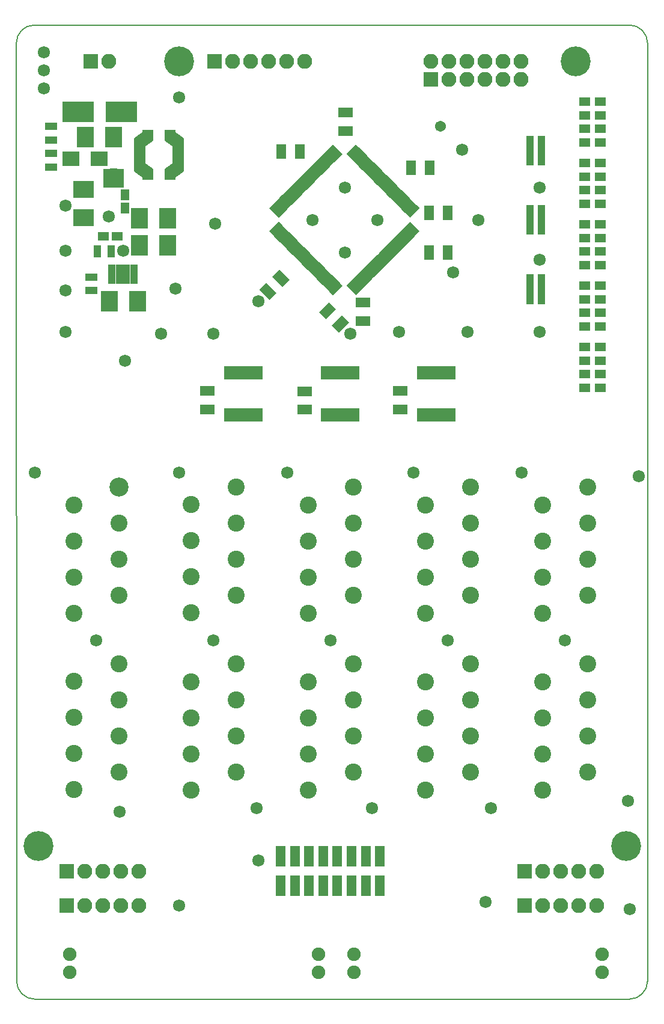
<source format=gts>
G04 #@! TF.FileFunction,Soldermask,Top*
%FSLAX46Y46*%
G04 Gerber Fmt 4.6, Leading zero omitted, Abs format (unit mm)*
G04 Created by KiCad (PCBNEW 4.0.7) date Thursday, May 03, 2018 'PMt' 01:10:52 PM*
%MOMM*%
%LPD*%
G01*
G04 APERTURE LIST*
%ADD10C,0.020000*%
%ADD11C,0.150000*%
%ADD12C,1.720800*%
%ADD13C,2.400000*%
%ADD14C,4.210000*%
%ADD15C,1.543000*%
%ADD16C,2.686000*%
%ADD17R,2.400000X2.900000*%
%ADD18R,2.900000X2.400000*%
%ADD19R,1.150000X1.600000*%
%ADD20R,1.600000X1.150000*%
%ADD21R,4.400000X2.900000*%
%ADD22R,1.600000X1.300000*%
%ADD23R,0.850000X1.900000*%
%ADD24R,1.050000X0.700000*%
%ADD25R,1.175000X1.640000*%
%ADD26R,2.100000X2.100000*%
%ADD27O,2.100000X2.100000*%
%ADD28R,1.000000X0.750000*%
%ADD29R,2.400000X2.100000*%
%ADD30R,1.100000X0.650000*%
%ADD31R,1.040000X1.600000*%
%ADD32R,1.400000X2.980000*%
%ADD33R,1.400000X2.000000*%
%ADD34R,2.000000X1.400000*%
%ADD35R,1.700000X1.100000*%
%ADD36R,1.100000X1.700000*%
%ADD37C,1.900000*%
G04 APERTURE END LIST*
D10*
D11*
X253270000Y-85852000D02*
G75*
G03X250730000Y-83312000I-2540000J0D01*
G01*
X166878000Y-83312000D02*
G75*
G03X164338000Y-85852000I0J-2540000D01*
G01*
X164370000Y-217932000D02*
G75*
G03X166910000Y-220472000I2540000J0D01*
G01*
X250730000Y-220472000D02*
G75*
G03X253270000Y-217932000I0J2540000D01*
G01*
X166878000Y-83312000D02*
X250730000Y-83312000D01*
X164370000Y-217932000D02*
X164338000Y-85852000D01*
X250730000Y-220472000D02*
X166910000Y-220472000D01*
X253270000Y-85852000D02*
X253270000Y-217932000D01*
D12*
X184690000Y-126746000D03*
X192056000Y-126746000D03*
X171228000Y-126492000D03*
X171228000Y-120650000D03*
X179356000Y-115062000D03*
X171228000Y-115062000D03*
X171228000Y-108712000D03*
X177324000Y-110236000D03*
X250730000Y-207772000D03*
X250476000Y-192532000D03*
X252000000Y-146812000D03*
X230410000Y-206756000D03*
X187230000Y-207264000D03*
X198406000Y-200914000D03*
X231172000Y-193548000D03*
X214408000Y-193548000D03*
X198152000Y-193548000D03*
X178848000Y-194056000D03*
X241586000Y-169926000D03*
X225076000Y-169926000D03*
X175546000Y-169926000D03*
X192056000Y-169926000D03*
X208566000Y-169926000D03*
X235490000Y-146304000D03*
X220250000Y-146304000D03*
X202470000Y-146304000D03*
X187230000Y-146304000D03*
X166910000Y-146304000D03*
X198406000Y-122174000D03*
X187230000Y-93472000D03*
X192310000Y-111252000D03*
X179610000Y-130556000D03*
X238030000Y-106172000D03*
X238030000Y-116332000D03*
X238030000Y-126492000D03*
X227870000Y-126492000D03*
X229394000Y-110744000D03*
X210598000Y-115316000D03*
X215170000Y-110744000D03*
X206026000Y-110744000D03*
X210598000Y-106172000D03*
D10*
G36*
X182523500Y-105100000D02*
X180948500Y-103925000D01*
X180948500Y-99275000D01*
X182523500Y-98100000D01*
X182523500Y-105100000D01*
X182523500Y-105100000D01*
G37*
G36*
X183648500Y-105112500D02*
X182123500Y-105112500D01*
X182123500Y-103587500D01*
X183648500Y-103587500D01*
X183648500Y-105112500D01*
X183648500Y-105112500D01*
G37*
G36*
X183648500Y-99612500D02*
X182123500Y-99612500D01*
X182123500Y-98087500D01*
X183648500Y-98087500D01*
X183648500Y-99612500D01*
X183648500Y-99612500D01*
G37*
G36*
X182123500Y-102475500D02*
X183648500Y-103599500D01*
X183648500Y-104000500D01*
X182123500Y-105124500D01*
X182123500Y-102475500D01*
X182123500Y-102475500D01*
G37*
G36*
X182123500Y-98075500D02*
X183648500Y-99199500D01*
X183648500Y-99600500D01*
X182123500Y-100724500D01*
X182123500Y-98075500D01*
X182123500Y-98075500D01*
G37*
G36*
X186349101Y-98083627D02*
X187924101Y-99258627D01*
X187924101Y-103908627D01*
X186349101Y-105083627D01*
X186349101Y-98083627D01*
X186349101Y-98083627D01*
G37*
G36*
X185224101Y-98071127D02*
X186749101Y-98071127D01*
X186749101Y-99596127D01*
X185224101Y-99596127D01*
X185224101Y-98071127D01*
X185224101Y-98071127D01*
G37*
G36*
X186749101Y-100708127D02*
X185224101Y-99584127D01*
X185224101Y-99183127D01*
X186749101Y-98059127D01*
X186749101Y-100708127D01*
X186749101Y-100708127D01*
G37*
G36*
X185224101Y-103571127D02*
X186749101Y-103571127D01*
X186749101Y-105096127D01*
X185224101Y-105096127D01*
X185224101Y-103571127D01*
X185224101Y-103571127D01*
G37*
G36*
X186749101Y-105108127D02*
X185224101Y-103984127D01*
X185224101Y-103583127D01*
X186749101Y-102459127D01*
X186749101Y-105108127D01*
X186749101Y-105108127D01*
G37*
D13*
X221996000Y-175768000D03*
X221996000Y-180848000D03*
X221996000Y-185928000D03*
X221996000Y-191008000D03*
X205486000Y-150876000D03*
X205486000Y-155956000D03*
X205486000Y-161036000D03*
X205486000Y-166116000D03*
D12*
X168180000Y-92202000D03*
X168180000Y-89662000D03*
X168180000Y-87122000D03*
X227108000Y-100838000D03*
X225838000Y-118110000D03*
X218218000Y-126492000D03*
X211360000Y-126746000D03*
X186722000Y-120396000D03*
D14*
X167418000Y-198882000D03*
X250222000Y-198882000D03*
X243110000Y-88392000D03*
X187230000Y-88392000D03*
D15*
X224060000Y-97536000D03*
D13*
X195326000Y-173228000D03*
X195326000Y-178308000D03*
X195326000Y-183388000D03*
X195326000Y-188468000D03*
X188976000Y-175768000D03*
X188976000Y-180848000D03*
X188976000Y-185928000D03*
X188976000Y-191008000D03*
X178816000Y-173228000D03*
X178816000Y-178308000D03*
X178816000Y-183388000D03*
X178816000Y-188468000D03*
X172466000Y-175721306D03*
X172466000Y-180801306D03*
X172466000Y-185881306D03*
X172466000Y-190961306D03*
D16*
X178816000Y-148336000D03*
D13*
X178816000Y-153416000D03*
X178816000Y-158496000D03*
X178816000Y-163576000D03*
X172466000Y-150876000D03*
X172466000Y-155956000D03*
X172466000Y-161036000D03*
X172466000Y-166116000D03*
X195326000Y-148336000D03*
X195326000Y-153416000D03*
X195326000Y-158496000D03*
X195326000Y-163576000D03*
D17*
X174054000Y-99060000D03*
X178054000Y-99060000D03*
D18*
X173768000Y-106458000D03*
X173768000Y-110458000D03*
D19*
X179610000Y-107188000D03*
X179610000Y-109088000D03*
D17*
X185674000Y-110490000D03*
X181674000Y-110490000D03*
X185669009Y-114300000D03*
X181669009Y-114300000D03*
D20*
X176628000Y-113030000D03*
X178528000Y-113030000D03*
D17*
X177446009Y-122198215D03*
X181446009Y-122198215D03*
D21*
X173004000Y-95504000D03*
X179104000Y-95504000D03*
D22*
X244391000Y-94107000D03*
X246591000Y-94107000D03*
X244391000Y-96012000D03*
X246591000Y-96012000D03*
X244391000Y-97917000D03*
X246591000Y-97917000D03*
X244391000Y-99822000D03*
X246591000Y-99822000D03*
X244391000Y-102743000D03*
X246591000Y-102743000D03*
X244391000Y-104648000D03*
X246591000Y-104648000D03*
X244391000Y-106553000D03*
X246591000Y-106553000D03*
X244391000Y-108458000D03*
X246591000Y-108458000D03*
X244391000Y-111379000D03*
X246591000Y-111379000D03*
X244391000Y-113284000D03*
X246591000Y-113284000D03*
X244391000Y-115189000D03*
X246591000Y-115189000D03*
X244391000Y-117094000D03*
X246591000Y-117094000D03*
X244391000Y-120015000D03*
X246591000Y-120015000D03*
X244391000Y-121920000D03*
X246591000Y-121920000D03*
X244391000Y-123825000D03*
X246591000Y-123825000D03*
X244391000Y-125730000D03*
X246591000Y-125730000D03*
X244391000Y-128651000D03*
X246591000Y-128651000D03*
X244391000Y-130556000D03*
X246591000Y-130556000D03*
X244391000Y-132461000D03*
X246591000Y-132461000D03*
X244391000Y-134366000D03*
X246591000Y-134366000D03*
D13*
X188976000Y-150867808D03*
X188976000Y-155947808D03*
X188976000Y-161027808D03*
X188976000Y-166107808D03*
X211836000Y-148336000D03*
X211836000Y-153416000D03*
X211836000Y-158496000D03*
X211836000Y-163576000D03*
X211836000Y-173228000D03*
X211836000Y-178308000D03*
X211836000Y-183388000D03*
X211836000Y-188468000D03*
X205486000Y-175768000D03*
X205486000Y-180848000D03*
X205486000Y-185928000D03*
X205486000Y-191008000D03*
X228346000Y-148336000D03*
X228346000Y-153416000D03*
X228346000Y-158496000D03*
X228346000Y-163576000D03*
X221996000Y-150876000D03*
X221996000Y-155956000D03*
X221996000Y-161036000D03*
X221996000Y-166116000D03*
X228346000Y-173228000D03*
X228346000Y-178308000D03*
X228346000Y-183388000D03*
X228346000Y-188468000D03*
X244856000Y-148336000D03*
X244856000Y-153416000D03*
X244856000Y-158496000D03*
X244856000Y-163576000D03*
X238506000Y-150876000D03*
X238506000Y-155956000D03*
X238506000Y-161036000D03*
X238506000Y-166116000D03*
X244856000Y-173228000D03*
X244856000Y-178308000D03*
X244856000Y-183388000D03*
X244856000Y-188468000D03*
X238506000Y-175768000D03*
X238506000Y-180848000D03*
X238506000Y-185928000D03*
X238506000Y-191008000D03*
D23*
X198628000Y-132276000D03*
X197978000Y-132276000D03*
X197328000Y-132276000D03*
X196678000Y-132276000D03*
X196028000Y-132276000D03*
X195378000Y-132276000D03*
X194728000Y-132276000D03*
X194078000Y-132276000D03*
X194078000Y-138176000D03*
X194728000Y-138176000D03*
X195378000Y-138176000D03*
X196028000Y-138176000D03*
X196678000Y-138176000D03*
X197328000Y-138176000D03*
X197978000Y-138176000D03*
X198628000Y-138176000D03*
D10*
G36*
X212689321Y-120829627D02*
X212194346Y-121324602D01*
X210850843Y-119981099D01*
X211345818Y-119486124D01*
X212689321Y-120829627D01*
X212689321Y-120829627D01*
G37*
G36*
X213042874Y-120476074D02*
X212547899Y-120971049D01*
X211204396Y-119627546D01*
X211699371Y-119132571D01*
X213042874Y-120476074D01*
X213042874Y-120476074D01*
G37*
G36*
X213396427Y-120122520D02*
X212901452Y-120617495D01*
X211557949Y-119273992D01*
X212052924Y-118779017D01*
X213396427Y-120122520D01*
X213396427Y-120122520D01*
G37*
G36*
X213749981Y-119768967D02*
X213255006Y-120263942D01*
X211911503Y-118920439D01*
X212406478Y-118425464D01*
X213749981Y-119768967D01*
X213749981Y-119768967D01*
G37*
G36*
X214103534Y-119415413D02*
X213608559Y-119910388D01*
X212265056Y-118566885D01*
X212760031Y-118071910D01*
X214103534Y-119415413D01*
X214103534Y-119415413D01*
G37*
G36*
X214457087Y-119061860D02*
X213962112Y-119556835D01*
X212618609Y-118213332D01*
X213113584Y-117718357D01*
X214457087Y-119061860D01*
X214457087Y-119061860D01*
G37*
G36*
X214810641Y-118708307D02*
X214315666Y-119203282D01*
X212972163Y-117859779D01*
X213467138Y-117364804D01*
X214810641Y-118708307D01*
X214810641Y-118708307D01*
G37*
G36*
X215164194Y-118354753D02*
X214669219Y-118849728D01*
X213325716Y-117506225D01*
X213820691Y-117011250D01*
X215164194Y-118354753D01*
X215164194Y-118354753D01*
G37*
G36*
X215517748Y-118001200D02*
X215022773Y-118496175D01*
X213679270Y-117152672D01*
X214174245Y-116657697D01*
X215517748Y-118001200D01*
X215517748Y-118001200D01*
G37*
G36*
X215871301Y-117647646D02*
X215376326Y-118142621D01*
X214032823Y-116799118D01*
X214527798Y-116304143D01*
X215871301Y-117647646D01*
X215871301Y-117647646D01*
G37*
G36*
X216224854Y-117294093D02*
X215729879Y-117789068D01*
X214386376Y-116445565D01*
X214881351Y-115950590D01*
X216224854Y-117294093D01*
X216224854Y-117294093D01*
G37*
G36*
X216578408Y-116940540D02*
X216083433Y-117435515D01*
X214739930Y-116092012D01*
X215234905Y-115597037D01*
X216578408Y-116940540D01*
X216578408Y-116940540D01*
G37*
G36*
X216931961Y-116586986D02*
X216436986Y-117081961D01*
X215093483Y-115738458D01*
X215588458Y-115243483D01*
X216931961Y-116586986D01*
X216931961Y-116586986D01*
G37*
G36*
X217285515Y-116233433D02*
X216790540Y-116728408D01*
X215447037Y-115384905D01*
X215942012Y-114889930D01*
X217285515Y-116233433D01*
X217285515Y-116233433D01*
G37*
G36*
X217639068Y-115879879D02*
X217144093Y-116374854D01*
X215800590Y-115031351D01*
X216295565Y-114536376D01*
X217639068Y-115879879D01*
X217639068Y-115879879D01*
G37*
G36*
X217992621Y-115526326D02*
X217497646Y-116021301D01*
X216154143Y-114677798D01*
X216649118Y-114182823D01*
X217992621Y-115526326D01*
X217992621Y-115526326D01*
G37*
G36*
X218346175Y-115172773D02*
X217851200Y-115667748D01*
X216507697Y-114324245D01*
X217002672Y-113829270D01*
X218346175Y-115172773D01*
X218346175Y-115172773D01*
G37*
G36*
X218699728Y-114819219D02*
X218204753Y-115314194D01*
X216861250Y-113970691D01*
X217356225Y-113475716D01*
X218699728Y-114819219D01*
X218699728Y-114819219D01*
G37*
G36*
X219053282Y-114465666D02*
X218558307Y-114960641D01*
X217214804Y-113617138D01*
X217709779Y-113122163D01*
X219053282Y-114465666D01*
X219053282Y-114465666D01*
G37*
G36*
X219406835Y-114112112D02*
X218911860Y-114607087D01*
X217568357Y-113263584D01*
X218063332Y-112768609D01*
X219406835Y-114112112D01*
X219406835Y-114112112D01*
G37*
G36*
X219760388Y-113758559D02*
X219265413Y-114253534D01*
X217921910Y-112910031D01*
X218416885Y-112415056D01*
X219760388Y-113758559D01*
X219760388Y-113758559D01*
G37*
G36*
X220113942Y-113405006D02*
X219618967Y-113899981D01*
X218275464Y-112556478D01*
X218770439Y-112061503D01*
X220113942Y-113405006D01*
X220113942Y-113405006D01*
G37*
G36*
X220467495Y-113051452D02*
X219972520Y-113546427D01*
X218629017Y-112202924D01*
X219123992Y-111707949D01*
X220467495Y-113051452D01*
X220467495Y-113051452D01*
G37*
G36*
X220821049Y-112697899D02*
X220326074Y-113192874D01*
X218982571Y-111849371D01*
X219477546Y-111354396D01*
X220821049Y-112697899D01*
X220821049Y-112697899D01*
G37*
G36*
X221174602Y-112344346D02*
X220679627Y-112839321D01*
X219336124Y-111495818D01*
X219831099Y-111000843D01*
X221174602Y-112344346D01*
X221174602Y-112344346D01*
G37*
G36*
X220679627Y-108596679D02*
X221174602Y-109091654D01*
X219831099Y-110435157D01*
X219336124Y-109940182D01*
X220679627Y-108596679D01*
X220679627Y-108596679D01*
G37*
G36*
X220326074Y-108243126D02*
X220821049Y-108738101D01*
X219477546Y-110081604D01*
X218982571Y-109586629D01*
X220326074Y-108243126D01*
X220326074Y-108243126D01*
G37*
G36*
X219972520Y-107889573D02*
X220467495Y-108384548D01*
X219123992Y-109728051D01*
X218629017Y-109233076D01*
X219972520Y-107889573D01*
X219972520Y-107889573D01*
G37*
G36*
X219618967Y-107536019D02*
X220113942Y-108030994D01*
X218770439Y-109374497D01*
X218275464Y-108879522D01*
X219618967Y-107536019D01*
X219618967Y-107536019D01*
G37*
G36*
X219265413Y-107182466D02*
X219760388Y-107677441D01*
X218416885Y-109020944D01*
X217921910Y-108525969D01*
X219265413Y-107182466D01*
X219265413Y-107182466D01*
G37*
G36*
X218911860Y-106828913D02*
X219406835Y-107323888D01*
X218063332Y-108667391D01*
X217568357Y-108172416D01*
X218911860Y-106828913D01*
X218911860Y-106828913D01*
G37*
G36*
X218558307Y-106475359D02*
X219053282Y-106970334D01*
X217709779Y-108313837D01*
X217214804Y-107818862D01*
X218558307Y-106475359D01*
X218558307Y-106475359D01*
G37*
G36*
X218204753Y-106121806D02*
X218699728Y-106616781D01*
X217356225Y-107960284D01*
X216861250Y-107465309D01*
X218204753Y-106121806D01*
X218204753Y-106121806D01*
G37*
G36*
X217851200Y-105768252D02*
X218346175Y-106263227D01*
X217002672Y-107606730D01*
X216507697Y-107111755D01*
X217851200Y-105768252D01*
X217851200Y-105768252D01*
G37*
G36*
X217497646Y-105414699D02*
X217992621Y-105909674D01*
X216649118Y-107253177D01*
X216154143Y-106758202D01*
X217497646Y-105414699D01*
X217497646Y-105414699D01*
G37*
G36*
X217144093Y-105061146D02*
X217639068Y-105556121D01*
X216295565Y-106899624D01*
X215800590Y-106404649D01*
X217144093Y-105061146D01*
X217144093Y-105061146D01*
G37*
G36*
X216790540Y-104707592D02*
X217285515Y-105202567D01*
X215942012Y-106546070D01*
X215447037Y-106051095D01*
X216790540Y-104707592D01*
X216790540Y-104707592D01*
G37*
G36*
X216436986Y-104354039D02*
X216931961Y-104849014D01*
X215588458Y-106192517D01*
X215093483Y-105697542D01*
X216436986Y-104354039D01*
X216436986Y-104354039D01*
G37*
G36*
X216083433Y-104000485D02*
X216578408Y-104495460D01*
X215234905Y-105838963D01*
X214739930Y-105343988D01*
X216083433Y-104000485D01*
X216083433Y-104000485D01*
G37*
G36*
X215729879Y-103646932D02*
X216224854Y-104141907D01*
X214881351Y-105485410D01*
X214386376Y-104990435D01*
X215729879Y-103646932D01*
X215729879Y-103646932D01*
G37*
G36*
X215376326Y-103293379D02*
X215871301Y-103788354D01*
X214527798Y-105131857D01*
X214032823Y-104636882D01*
X215376326Y-103293379D01*
X215376326Y-103293379D01*
G37*
G36*
X215022773Y-102939825D02*
X215517748Y-103434800D01*
X214174245Y-104778303D01*
X213679270Y-104283328D01*
X215022773Y-102939825D01*
X215022773Y-102939825D01*
G37*
G36*
X214669219Y-102586272D02*
X215164194Y-103081247D01*
X213820691Y-104424750D01*
X213325716Y-103929775D01*
X214669219Y-102586272D01*
X214669219Y-102586272D01*
G37*
G36*
X214315666Y-102232718D02*
X214810641Y-102727693D01*
X213467138Y-104071196D01*
X212972163Y-103576221D01*
X214315666Y-102232718D01*
X214315666Y-102232718D01*
G37*
G36*
X213962112Y-101879165D02*
X214457087Y-102374140D01*
X213113584Y-103717643D01*
X212618609Y-103222668D01*
X213962112Y-101879165D01*
X213962112Y-101879165D01*
G37*
G36*
X213608559Y-101525612D02*
X214103534Y-102020587D01*
X212760031Y-103364090D01*
X212265056Y-102869115D01*
X213608559Y-101525612D01*
X213608559Y-101525612D01*
G37*
G36*
X213255006Y-101172058D02*
X213749981Y-101667033D01*
X212406478Y-103010536D01*
X211911503Y-102515561D01*
X213255006Y-101172058D01*
X213255006Y-101172058D01*
G37*
G36*
X212901452Y-100818505D02*
X213396427Y-101313480D01*
X212052924Y-102656983D01*
X211557949Y-102162008D01*
X212901452Y-100818505D01*
X212901452Y-100818505D01*
G37*
G36*
X212547899Y-100464951D02*
X213042874Y-100959926D01*
X211699371Y-102303429D01*
X211204396Y-101808454D01*
X212547899Y-100464951D01*
X212547899Y-100464951D01*
G37*
G36*
X212194346Y-100111398D02*
X212689321Y-100606373D01*
X211345818Y-101949876D01*
X210850843Y-101454901D01*
X212194346Y-100111398D01*
X212194346Y-100111398D01*
G37*
G36*
X210285157Y-101454901D02*
X209790182Y-101949876D01*
X208446679Y-100606373D01*
X208941654Y-100111398D01*
X210285157Y-101454901D01*
X210285157Y-101454901D01*
G37*
G36*
X209931604Y-101808454D02*
X209436629Y-102303429D01*
X208093126Y-100959926D01*
X208588101Y-100464951D01*
X209931604Y-101808454D01*
X209931604Y-101808454D01*
G37*
G36*
X209578051Y-102162008D02*
X209083076Y-102656983D01*
X207739573Y-101313480D01*
X208234548Y-100818505D01*
X209578051Y-102162008D01*
X209578051Y-102162008D01*
G37*
G36*
X209224497Y-102515561D02*
X208729522Y-103010536D01*
X207386019Y-101667033D01*
X207880994Y-101172058D01*
X209224497Y-102515561D01*
X209224497Y-102515561D01*
G37*
G36*
X208870944Y-102869115D02*
X208375969Y-103364090D01*
X207032466Y-102020587D01*
X207527441Y-101525612D01*
X208870944Y-102869115D01*
X208870944Y-102869115D01*
G37*
G36*
X208517391Y-103222668D02*
X208022416Y-103717643D01*
X206678913Y-102374140D01*
X207173888Y-101879165D01*
X208517391Y-103222668D01*
X208517391Y-103222668D01*
G37*
G36*
X208163837Y-103576221D02*
X207668862Y-104071196D01*
X206325359Y-102727693D01*
X206820334Y-102232718D01*
X208163837Y-103576221D01*
X208163837Y-103576221D01*
G37*
G36*
X207810284Y-103929775D02*
X207315309Y-104424750D01*
X205971806Y-103081247D01*
X206466781Y-102586272D01*
X207810284Y-103929775D01*
X207810284Y-103929775D01*
G37*
G36*
X207456730Y-104283328D02*
X206961755Y-104778303D01*
X205618252Y-103434800D01*
X206113227Y-102939825D01*
X207456730Y-104283328D01*
X207456730Y-104283328D01*
G37*
G36*
X207103177Y-104636882D02*
X206608202Y-105131857D01*
X205264699Y-103788354D01*
X205759674Y-103293379D01*
X207103177Y-104636882D01*
X207103177Y-104636882D01*
G37*
G36*
X206749624Y-104990435D02*
X206254649Y-105485410D01*
X204911146Y-104141907D01*
X205406121Y-103646932D01*
X206749624Y-104990435D01*
X206749624Y-104990435D01*
G37*
G36*
X206396070Y-105343988D02*
X205901095Y-105838963D01*
X204557592Y-104495460D01*
X205052567Y-104000485D01*
X206396070Y-105343988D01*
X206396070Y-105343988D01*
G37*
G36*
X206042517Y-105697542D02*
X205547542Y-106192517D01*
X204204039Y-104849014D01*
X204699014Y-104354039D01*
X206042517Y-105697542D01*
X206042517Y-105697542D01*
G37*
G36*
X205688963Y-106051095D02*
X205193988Y-106546070D01*
X203850485Y-105202567D01*
X204345460Y-104707592D01*
X205688963Y-106051095D01*
X205688963Y-106051095D01*
G37*
G36*
X205335410Y-106404649D02*
X204840435Y-106899624D01*
X203496932Y-105556121D01*
X203991907Y-105061146D01*
X205335410Y-106404649D01*
X205335410Y-106404649D01*
G37*
G36*
X204981857Y-106758202D02*
X204486882Y-107253177D01*
X203143379Y-105909674D01*
X203638354Y-105414699D01*
X204981857Y-106758202D01*
X204981857Y-106758202D01*
G37*
G36*
X204628303Y-107111755D02*
X204133328Y-107606730D01*
X202789825Y-106263227D01*
X203284800Y-105768252D01*
X204628303Y-107111755D01*
X204628303Y-107111755D01*
G37*
G36*
X204274750Y-107465309D02*
X203779775Y-107960284D01*
X202436272Y-106616781D01*
X202931247Y-106121806D01*
X204274750Y-107465309D01*
X204274750Y-107465309D01*
G37*
G36*
X203921196Y-107818862D02*
X203426221Y-108313837D01*
X202082718Y-106970334D01*
X202577693Y-106475359D01*
X203921196Y-107818862D01*
X203921196Y-107818862D01*
G37*
G36*
X203567643Y-108172416D02*
X203072668Y-108667391D01*
X201729165Y-107323888D01*
X202224140Y-106828913D01*
X203567643Y-108172416D01*
X203567643Y-108172416D01*
G37*
G36*
X203214090Y-108525969D02*
X202719115Y-109020944D01*
X201375612Y-107677441D01*
X201870587Y-107182466D01*
X203214090Y-108525969D01*
X203214090Y-108525969D01*
G37*
G36*
X202860536Y-108879522D02*
X202365561Y-109374497D01*
X201022058Y-108030994D01*
X201517033Y-107536019D01*
X202860536Y-108879522D01*
X202860536Y-108879522D01*
G37*
G36*
X202506983Y-109233076D02*
X202012008Y-109728051D01*
X200668505Y-108384548D01*
X201163480Y-107889573D01*
X202506983Y-109233076D01*
X202506983Y-109233076D01*
G37*
G36*
X202153429Y-109586629D02*
X201658454Y-110081604D01*
X200314951Y-108738101D01*
X200809926Y-108243126D01*
X202153429Y-109586629D01*
X202153429Y-109586629D01*
G37*
G36*
X201799876Y-109940182D02*
X201304901Y-110435157D01*
X199961398Y-109091654D01*
X200456373Y-108596679D01*
X201799876Y-109940182D01*
X201799876Y-109940182D01*
G37*
G36*
X201304901Y-111000843D02*
X201799876Y-111495818D01*
X200456373Y-112839321D01*
X199961398Y-112344346D01*
X201304901Y-111000843D01*
X201304901Y-111000843D01*
G37*
G36*
X201658454Y-111354396D02*
X202153429Y-111849371D01*
X200809926Y-113192874D01*
X200314951Y-112697899D01*
X201658454Y-111354396D01*
X201658454Y-111354396D01*
G37*
G36*
X202012008Y-111707949D02*
X202506983Y-112202924D01*
X201163480Y-113546427D01*
X200668505Y-113051452D01*
X202012008Y-111707949D01*
X202012008Y-111707949D01*
G37*
G36*
X202365561Y-112061503D02*
X202860536Y-112556478D01*
X201517033Y-113899981D01*
X201022058Y-113405006D01*
X202365561Y-112061503D01*
X202365561Y-112061503D01*
G37*
G36*
X202719115Y-112415056D02*
X203214090Y-112910031D01*
X201870587Y-114253534D01*
X201375612Y-113758559D01*
X202719115Y-112415056D01*
X202719115Y-112415056D01*
G37*
G36*
X203072668Y-112768609D02*
X203567643Y-113263584D01*
X202224140Y-114607087D01*
X201729165Y-114112112D01*
X203072668Y-112768609D01*
X203072668Y-112768609D01*
G37*
G36*
X203426221Y-113122163D02*
X203921196Y-113617138D01*
X202577693Y-114960641D01*
X202082718Y-114465666D01*
X203426221Y-113122163D01*
X203426221Y-113122163D01*
G37*
G36*
X203779775Y-113475716D02*
X204274750Y-113970691D01*
X202931247Y-115314194D01*
X202436272Y-114819219D01*
X203779775Y-113475716D01*
X203779775Y-113475716D01*
G37*
G36*
X204133328Y-113829270D02*
X204628303Y-114324245D01*
X203284800Y-115667748D01*
X202789825Y-115172773D01*
X204133328Y-113829270D01*
X204133328Y-113829270D01*
G37*
G36*
X204486882Y-114182823D02*
X204981857Y-114677798D01*
X203638354Y-116021301D01*
X203143379Y-115526326D01*
X204486882Y-114182823D01*
X204486882Y-114182823D01*
G37*
G36*
X204840435Y-114536376D02*
X205335410Y-115031351D01*
X203991907Y-116374854D01*
X203496932Y-115879879D01*
X204840435Y-114536376D01*
X204840435Y-114536376D01*
G37*
G36*
X205193988Y-114889930D02*
X205688963Y-115384905D01*
X204345460Y-116728408D01*
X203850485Y-116233433D01*
X205193988Y-114889930D01*
X205193988Y-114889930D01*
G37*
G36*
X205547542Y-115243483D02*
X206042517Y-115738458D01*
X204699014Y-117081961D01*
X204204039Y-116586986D01*
X205547542Y-115243483D01*
X205547542Y-115243483D01*
G37*
G36*
X205901095Y-115597037D02*
X206396070Y-116092012D01*
X205052567Y-117435515D01*
X204557592Y-116940540D01*
X205901095Y-115597037D01*
X205901095Y-115597037D01*
G37*
G36*
X206254649Y-115950590D02*
X206749624Y-116445565D01*
X205406121Y-117789068D01*
X204911146Y-117294093D01*
X206254649Y-115950590D01*
X206254649Y-115950590D01*
G37*
G36*
X206608202Y-116304143D02*
X207103177Y-116799118D01*
X205759674Y-118142621D01*
X205264699Y-117647646D01*
X206608202Y-116304143D01*
X206608202Y-116304143D01*
G37*
G36*
X206961755Y-116657697D02*
X207456730Y-117152672D01*
X206113227Y-118496175D01*
X205618252Y-118001200D01*
X206961755Y-116657697D01*
X206961755Y-116657697D01*
G37*
G36*
X207315309Y-117011250D02*
X207810284Y-117506225D01*
X206466781Y-118849728D01*
X205971806Y-118354753D01*
X207315309Y-117011250D01*
X207315309Y-117011250D01*
G37*
G36*
X207668862Y-117364804D02*
X208163837Y-117859779D01*
X206820334Y-119203282D01*
X206325359Y-118708307D01*
X207668862Y-117364804D01*
X207668862Y-117364804D01*
G37*
G36*
X208022416Y-117718357D02*
X208517391Y-118213332D01*
X207173888Y-119556835D01*
X206678913Y-119061860D01*
X208022416Y-117718357D01*
X208022416Y-117718357D01*
G37*
G36*
X208375969Y-118071910D02*
X208870944Y-118566885D01*
X207527441Y-119910388D01*
X207032466Y-119415413D01*
X208375969Y-118071910D01*
X208375969Y-118071910D01*
G37*
G36*
X208729522Y-118425464D02*
X209224497Y-118920439D01*
X207880994Y-120263942D01*
X207386019Y-119768967D01*
X208729522Y-118425464D01*
X208729522Y-118425464D01*
G37*
G36*
X209083076Y-118779017D02*
X209578051Y-119273992D01*
X208234548Y-120617495D01*
X207739573Y-120122520D01*
X209083076Y-118779017D01*
X209083076Y-118779017D01*
G37*
G36*
X209436629Y-119132571D02*
X209931604Y-119627546D01*
X208588101Y-120971049D01*
X208093126Y-120476074D01*
X209436629Y-119132571D01*
X209436629Y-119132571D01*
G37*
G36*
X209790182Y-119486124D02*
X210285157Y-119981099D01*
X208941654Y-121324602D01*
X208446679Y-120829627D01*
X209790182Y-119486124D01*
X209790182Y-119486124D01*
G37*
D23*
X212211500Y-132276000D03*
X211561500Y-132276000D03*
X210911500Y-132276000D03*
X210261500Y-132276000D03*
X209611500Y-132276000D03*
X208961500Y-132276000D03*
X208311500Y-132276000D03*
X207661500Y-132276000D03*
X207661500Y-138176000D03*
X208311500Y-138176000D03*
X208961500Y-138176000D03*
X209611500Y-138176000D03*
X210261500Y-138176000D03*
X210911500Y-138176000D03*
X211561500Y-138176000D03*
X212211500Y-138176000D03*
X225795000Y-132276000D03*
X225145000Y-132276000D03*
X224495000Y-132276000D03*
X223845000Y-132276000D03*
X223195000Y-132276000D03*
X222545000Y-132276000D03*
X221895000Y-132276000D03*
X221245000Y-132276000D03*
X221245000Y-138176000D03*
X221895000Y-138176000D03*
X222545000Y-138176000D03*
X223195000Y-138176000D03*
X223845000Y-138176000D03*
X224495000Y-138176000D03*
X225145000Y-138176000D03*
X225795000Y-138176000D03*
D24*
X180901009Y-119388215D03*
X180901009Y-118888215D03*
X180901009Y-118388215D03*
X180901009Y-117888215D03*
X180901009Y-117388215D03*
X177801009Y-117388215D03*
X177801009Y-117888215D03*
X177801009Y-118388215D03*
X177801009Y-118888215D03*
X177801009Y-119388215D03*
D25*
X178963509Y-117768215D03*
X178963509Y-119008215D03*
X179738509Y-117768215D03*
X179738509Y-119008215D03*
D26*
X174784000Y-88392000D03*
D27*
X177324000Y-88392000D03*
D26*
X192278000Y-88392000D03*
D27*
X194818000Y-88392000D03*
X197358000Y-88392000D03*
X199898000Y-88392000D03*
X202438000Y-88392000D03*
X204978000Y-88392000D03*
D26*
X171395092Y-207264000D03*
D27*
X173935092Y-207264000D03*
X176475092Y-207264000D03*
X179015092Y-207264000D03*
X181555092Y-207264000D03*
D26*
X171450000Y-202438000D03*
D27*
X173990000Y-202438000D03*
X176530000Y-202438000D03*
X179070000Y-202438000D03*
X181610000Y-202438000D03*
D26*
X235966000Y-207264000D03*
D27*
X238506000Y-207264000D03*
X241046000Y-207264000D03*
X243586000Y-207264000D03*
X246126000Y-207264000D03*
D26*
X235966000Y-202438000D03*
D27*
X238506000Y-202438000D03*
X241046000Y-202438000D03*
X243586000Y-202438000D03*
X246126000Y-202438000D03*
D28*
X238328000Y-99243000D03*
X236728000Y-99243000D03*
X238328000Y-99743000D03*
X236728000Y-99743000D03*
X238328000Y-100243000D03*
X236728000Y-100243000D03*
X238328000Y-100743000D03*
X236728000Y-100743000D03*
X238328000Y-101243000D03*
X236728000Y-101243000D03*
X238328000Y-101743000D03*
X236728000Y-101743000D03*
X238328000Y-102243000D03*
X236728000Y-102243000D03*
X238328000Y-102743000D03*
X236728000Y-102743000D03*
X238328000Y-109008000D03*
X236728000Y-109008000D03*
X238328000Y-109508000D03*
X236728000Y-109508000D03*
X238328000Y-110008000D03*
X236728000Y-110008000D03*
X238328000Y-110508000D03*
X236728000Y-110508000D03*
X238328000Y-111008000D03*
X236728000Y-111008000D03*
X238328000Y-111508000D03*
X236728000Y-111508000D03*
X238328000Y-112008000D03*
X236728000Y-112008000D03*
X238328000Y-112508000D03*
X236728000Y-112508000D03*
X238328000Y-118773000D03*
X236728000Y-118773000D03*
X238328000Y-119273000D03*
X236728000Y-119273000D03*
X238328000Y-119773000D03*
X236728000Y-119773000D03*
X238328000Y-120273000D03*
X236728000Y-120273000D03*
X238328000Y-120773000D03*
X236728000Y-120773000D03*
X238328000Y-121273000D03*
X236728000Y-121273000D03*
X238328000Y-121773000D03*
X236728000Y-121773000D03*
X238328000Y-122273000D03*
X236728000Y-122273000D03*
D29*
X172022000Y-102108000D03*
X176022000Y-102108000D03*
D30*
X177122500Y-103887000D03*
X177122500Y-104387000D03*
X177122500Y-104887000D03*
X177122500Y-105387000D03*
X177122500Y-105887000D03*
X178972500Y-105887000D03*
X178972500Y-105387000D03*
X178972500Y-104887000D03*
X178972500Y-104387000D03*
X178972500Y-103887000D03*
D31*
X178047500Y-105487000D03*
X178047500Y-104287000D03*
D32*
X201566000Y-204523000D03*
X201566000Y-200353000D03*
X203566000Y-204523000D03*
X203566000Y-200353000D03*
X205566000Y-204523000D03*
X205566000Y-200353000D03*
X207566000Y-204523000D03*
X207566000Y-200353000D03*
X209566000Y-204523000D03*
X209566000Y-200353000D03*
X211566000Y-204523000D03*
X211566000Y-200353000D03*
X213566000Y-204523000D03*
X213566000Y-200353000D03*
X215566000Y-204523000D03*
X215566000Y-200353000D03*
D26*
X222758000Y-90932000D03*
D27*
X222758000Y-88392000D03*
X225298000Y-90932000D03*
X225298000Y-88392000D03*
X227838000Y-90932000D03*
X227838000Y-88392000D03*
X230378000Y-90932000D03*
X230378000Y-88392000D03*
X232918000Y-90932000D03*
X232918000Y-88392000D03*
X235458000Y-90932000D03*
X235458000Y-88392000D03*
D33*
X222506000Y-109728000D03*
X225106000Y-109728000D03*
X204278000Y-101092000D03*
X201678000Y-101092000D03*
D34*
X210693000Y-98233000D03*
X210693000Y-95633000D03*
D33*
X219966000Y-103378000D03*
X222566000Y-103378000D03*
D10*
G36*
X201399107Y-117766679D02*
X202813321Y-119180893D01*
X201823371Y-120170843D01*
X200409157Y-118756629D01*
X201399107Y-117766679D01*
X201399107Y-117766679D01*
G37*
G36*
X199560629Y-119605157D02*
X200974843Y-121019371D01*
X199984893Y-122009321D01*
X198570679Y-120595107D01*
X199560629Y-119605157D01*
X199560629Y-119605157D01*
G37*
D34*
X191262000Y-137412000D03*
X191262000Y-134812000D03*
D33*
X222506000Y-115316000D03*
X225106000Y-115316000D03*
D10*
G36*
X206952679Y-123752893D02*
X208366893Y-122338679D01*
X209356843Y-123328629D01*
X207942629Y-124742843D01*
X206952679Y-123752893D01*
X206952679Y-123752893D01*
G37*
G36*
X208791157Y-125591371D02*
X210205371Y-124177157D01*
X211195321Y-125167107D01*
X209781107Y-126581321D01*
X208791157Y-125591371D01*
X208791157Y-125591371D01*
G37*
D34*
X204978000Y-137476000D03*
X204978000Y-134876000D03*
X213138000Y-122398000D03*
X213138000Y-124998000D03*
X218440000Y-137412000D03*
X218440000Y-134812000D03*
D35*
X169196000Y-99502000D03*
X169196000Y-97602000D03*
X169196000Y-103312000D03*
X169196000Y-101412000D03*
X174906009Y-118803215D03*
X174906009Y-120703215D03*
D36*
X177666009Y-115213215D03*
X175766009Y-115213215D03*
D37*
X206870000Y-216662000D03*
X171870000Y-216662000D03*
X171870000Y-214122000D03*
X206870000Y-214122000D03*
X211870000Y-216662000D03*
X246870000Y-216662000D03*
X246870000Y-214122000D03*
X211870000Y-214122000D03*
M02*

</source>
